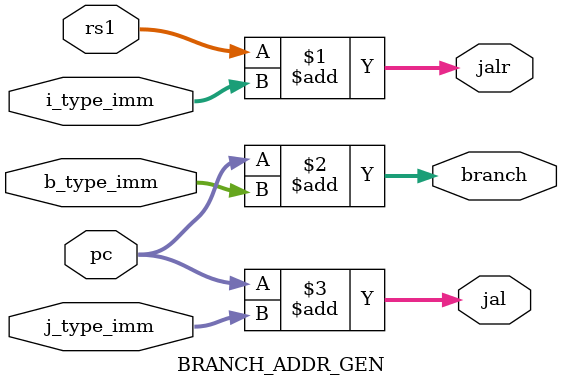
<source format=sv>
`timescale 1ns / 1ps


module BRANCH_ADDR_GEN(
    input [31:0] i_type_imm, j_type_imm, b_type_imm, rs1, pc,
    output [31:0] jalr, branch, jal
    );
    
    assign jalr = rs1 + i_type_imm;
    assign branch = pc + b_type_imm;
    assign jal = pc + j_type_imm;
    
endmodule

</source>
